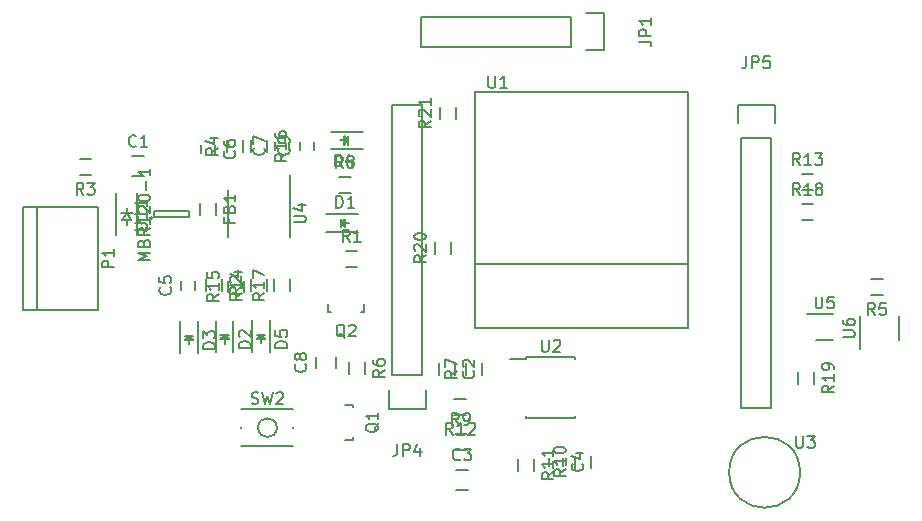
<source format=gbr>
G04 #@! TF.FileFunction,Legend,Top*
%FSLAX46Y46*%
G04 Gerber Fmt 4.6, Leading zero omitted, Abs format (unit mm)*
G04 Created by KiCad (PCBNEW 4.0.2-4+6225~38~ubuntu15.10.1-stable) date Thu 31 Mar 2016 01:19:07 PM CDT*
%MOMM*%
G01*
G04 APERTURE LIST*
%ADD10C,0.100000*%
%ADD11C,0.150000*%
G04 APERTURE END LIST*
D10*
D11*
X177275000Y-69950000D02*
X159275000Y-69950000D01*
X177275000Y-55350000D02*
X177275000Y-75350000D01*
X177275000Y-75350000D02*
X159275000Y-75350000D01*
X159275000Y-75250000D02*
X159275000Y-55250000D01*
X159275000Y-55350000D02*
X177275000Y-55350000D01*
X152280000Y-79340000D02*
X152280000Y-56480000D01*
X152280000Y-56480000D02*
X154820000Y-56480000D01*
X154820000Y-56480000D02*
X154820000Y-79340000D01*
X152000000Y-82160000D02*
X152000000Y-80610000D01*
X152280000Y-79340000D02*
X154820000Y-79340000D01*
X155100000Y-80610000D02*
X155100000Y-82160000D01*
X155100000Y-82160000D02*
X152000000Y-82160000D01*
X129794000Y-66214500D02*
X129794000Y-66595500D01*
X129794000Y-65198500D02*
X129794000Y-65579500D01*
X129794000Y-65579500D02*
X130175000Y-66214500D01*
X130175000Y-66214500D02*
X129413000Y-66214500D01*
X129413000Y-66214500D02*
X129794000Y-65579500D01*
X130302000Y-65579500D02*
X129286000Y-65579500D01*
X128894000Y-63897000D02*
X128894000Y-67437000D01*
X130694000Y-63897000D02*
X130694000Y-67437000D01*
X131986000Y-66009000D02*
G75*
G03X131986000Y-66009000I-100000J0D01*
G01*
X132136000Y-65459000D02*
X132136000Y-65959000D01*
X135036000Y-65459000D02*
X132136000Y-65459000D01*
X135036000Y-65959000D02*
X135036000Y-65459000D01*
X132136000Y-65959000D02*
X135036000Y-65959000D01*
X121000000Y-65120000D02*
X121000000Y-73820000D01*
X127405000Y-65120000D02*
X127405000Y-73820000D01*
X127405000Y-73820000D02*
X121000000Y-73820000D01*
X122230000Y-73820000D02*
X122230000Y-65120000D01*
X121000000Y-65120000D02*
X127405000Y-65120000D01*
X156205000Y-79310000D02*
X156205000Y-78310000D01*
X157555000Y-78310000D02*
X157555000Y-79310000D01*
X166716000Y-86300000D02*
X166716000Y-87000000D01*
X165516000Y-87000000D02*
X165516000Y-86300000D01*
X134407390Y-72075558D02*
X134407390Y-71375558D01*
X135607390Y-71375558D02*
X135607390Y-72075558D01*
X137252000Y-59836000D02*
X137252000Y-60536000D01*
X136052000Y-60536000D02*
X136052000Y-59836000D01*
X146674020Y-67200000D02*
X149374020Y-67200000D01*
X146674020Y-65700000D02*
X149374020Y-65700000D01*
X148174020Y-66600000D02*
X148174020Y-66350000D01*
X148174020Y-66350000D02*
X148024020Y-66500000D01*
X147924020Y-66100000D02*
X147924020Y-66800000D01*
X148274020Y-66450000D02*
X148624020Y-66450000D01*
X147924020Y-66450000D02*
X148274020Y-66100000D01*
X148274020Y-66100000D02*
X148274020Y-66800000D01*
X148274020Y-66800000D02*
X147924020Y-66450000D01*
X137325000Y-74700000D02*
X137325000Y-77400000D01*
X138825000Y-74700000D02*
X138825000Y-77400000D01*
X137925000Y-76200000D02*
X138175000Y-76200000D01*
X138175000Y-76200000D02*
X138025000Y-76050000D01*
X138425000Y-75950000D02*
X137725000Y-75950000D01*
X138075000Y-76300000D02*
X138075000Y-76650000D01*
X138075000Y-75950000D02*
X138425000Y-76300000D01*
X138425000Y-76300000D02*
X137725000Y-76300000D01*
X137725000Y-76300000D02*
X138075000Y-75950000D01*
X134300000Y-74774020D02*
X134300000Y-77474020D01*
X135800000Y-74774020D02*
X135800000Y-77474020D01*
X134900000Y-76274020D02*
X135150000Y-76274020D01*
X135150000Y-76274020D02*
X135000000Y-76124020D01*
X135400000Y-76024020D02*
X134700000Y-76024020D01*
X135050000Y-76374020D02*
X135050000Y-76724020D01*
X135050000Y-76024020D02*
X135400000Y-76374020D01*
X135400000Y-76374020D02*
X134700000Y-76374020D01*
X134700000Y-76374020D02*
X135050000Y-76024020D01*
X149775980Y-58700000D02*
X147075980Y-58700000D01*
X149775980Y-60200000D02*
X147075980Y-60200000D01*
X148275980Y-59300000D02*
X148275980Y-59550000D01*
X148275980Y-59550000D02*
X148425980Y-59400000D01*
X148525980Y-59800000D02*
X148525980Y-59100000D01*
X148175980Y-59450000D02*
X147825980Y-59450000D01*
X148525980Y-59450000D02*
X148175980Y-59800000D01*
X148175980Y-59800000D02*
X148175980Y-59100000D01*
X148175980Y-59100000D02*
X148525980Y-59450000D01*
X140425000Y-74674020D02*
X140425000Y-77374020D01*
X141925000Y-74674020D02*
X141925000Y-77374020D01*
X141025000Y-76174020D02*
X141275000Y-76174020D01*
X141275000Y-76174020D02*
X141125000Y-76024020D01*
X141525000Y-75924020D02*
X140825000Y-75924020D01*
X141175000Y-76274020D02*
X141175000Y-76624020D01*
X141175000Y-75924020D02*
X141525000Y-76274020D01*
X141525000Y-76274020D02*
X140825000Y-76274020D01*
X140825000Y-76274020D02*
X141175000Y-75924020D01*
X135977000Y-65766000D02*
X135977000Y-64766000D01*
X137327000Y-64766000D02*
X137327000Y-65766000D01*
X167380000Y-51520000D02*
X154680000Y-51520000D01*
X154680000Y-51520000D02*
X154680000Y-48980000D01*
X154680000Y-48980000D02*
X167380000Y-48980000D01*
X170200000Y-51800000D02*
X168650000Y-51800000D01*
X167380000Y-51520000D02*
X167380000Y-48980000D01*
X168650000Y-48700000D02*
X170200000Y-48700000D01*
X170200000Y-48700000D02*
X170200000Y-51800000D01*
X184370000Y-59245000D02*
X184370000Y-82105000D01*
X184370000Y-82105000D02*
X181830000Y-82105000D01*
X181830000Y-82105000D02*
X181830000Y-59245000D01*
X184650000Y-56425000D02*
X184650000Y-57975000D01*
X184370000Y-59245000D02*
X181830000Y-59245000D01*
X181550000Y-57975000D02*
X181550000Y-56425000D01*
X181550000Y-56425000D02*
X184650000Y-56425000D01*
X148986240Y-84611160D02*
X148986240Y-84562900D01*
X148285200Y-81812180D02*
X148986240Y-81812180D01*
X148986240Y-81812180D02*
X148986240Y-82061100D01*
X148986240Y-84611160D02*
X148986240Y-84811820D01*
X148986240Y-84811820D02*
X148285200Y-84811820D01*
X147075840Y-74001000D02*
X147124100Y-74001000D01*
X149874820Y-73299960D02*
X149874820Y-74001000D01*
X149874820Y-74001000D02*
X149625900Y-74001000D01*
X147075840Y-74001000D02*
X146875180Y-74001000D01*
X146875180Y-74001000D02*
X146875180Y-73299960D01*
X149325000Y-70150000D02*
X148325000Y-70150000D01*
X148325000Y-68800000D02*
X149325000Y-68800000D01*
X136482390Y-72225558D02*
X136482390Y-71225558D01*
X137832390Y-71225558D02*
X137832390Y-72225558D01*
X125800000Y-61025000D02*
X126800000Y-61025000D01*
X126800000Y-62375000D02*
X125800000Y-62375000D01*
X139613000Y-59456000D02*
X139613000Y-60456000D01*
X138263000Y-60456000D02*
X138263000Y-59456000D01*
X192806000Y-71207000D02*
X193806000Y-71207000D01*
X193806000Y-72557000D02*
X192806000Y-72557000D01*
X148605000Y-79240000D02*
X148605000Y-78240000D01*
X149955000Y-78240000D02*
X149955000Y-79240000D01*
X159865000Y-78310000D02*
X159865000Y-79310000D01*
X158515000Y-79310000D02*
X158515000Y-78310000D01*
X148750000Y-63875000D02*
X147750000Y-63875000D01*
X147750000Y-62525000D02*
X148750000Y-62525000D01*
X158570000Y-85675000D02*
X157570000Y-85675000D01*
X157570000Y-84325000D02*
X158570000Y-84325000D01*
X169077000Y-86150000D02*
X169077000Y-87150000D01*
X167727000Y-87150000D02*
X167727000Y-86150000D01*
X162901000Y-87404000D02*
X162901000Y-86404000D01*
X164251000Y-86404000D02*
X164251000Y-87404000D01*
X157540000Y-81325000D02*
X158540000Y-81325000D01*
X158540000Y-82675000D02*
X157540000Y-82675000D01*
X187940000Y-63667000D02*
X186940000Y-63667000D01*
X186940000Y-62317000D02*
X187940000Y-62317000D01*
X141682390Y-71225558D02*
X141682390Y-72225558D01*
X140332390Y-72225558D02*
X140332390Y-71225558D01*
X139732390Y-71325558D02*
X139732390Y-72325558D01*
X138382390Y-72325558D02*
X138382390Y-71325558D01*
X140295000Y-60456000D02*
X140295000Y-59456000D01*
X141645000Y-59456000D02*
X141645000Y-60456000D01*
X143582390Y-71225558D02*
X143582390Y-72225558D01*
X142232390Y-72225558D02*
X142232390Y-71225558D01*
X187940000Y-66207000D02*
X186940000Y-66207000D01*
X186940000Y-64857000D02*
X187940000Y-64857000D01*
X186650000Y-80075000D02*
X186650000Y-79075000D01*
X188000000Y-79075000D02*
X188000000Y-80075000D01*
X143910000Y-83820000D02*
X143910000Y-83720000D01*
X142510000Y-83770000D02*
G75*
G03X142510000Y-83770000I-800000J0D01*
G01*
X139510000Y-85320000D02*
X143910000Y-85320000D01*
X143910000Y-82220000D02*
X139510000Y-82220000D01*
X139510000Y-83820000D02*
X139510000Y-83720000D01*
X163627000Y-77816000D02*
X163627000Y-77961000D01*
X167777000Y-77816000D02*
X167777000Y-77961000D01*
X167777000Y-82966000D02*
X167777000Y-82821000D01*
X163627000Y-82966000D02*
X163627000Y-82821000D01*
X163627000Y-77816000D02*
X167777000Y-77816000D01*
X163627000Y-82966000D02*
X167777000Y-82966000D01*
X163627000Y-77961000D02*
X162227000Y-77961000D01*
X186800000Y-87550000D02*
G75*
G03X186800000Y-87550000I-3000000J0D01*
G01*
X138355000Y-63625000D02*
X138355000Y-67625000D01*
X143650000Y-62350000D02*
X143650000Y-67625000D01*
X188150000Y-76350000D02*
X189600000Y-76350000D01*
X187425000Y-74150000D02*
X189600000Y-74150000D01*
X195198000Y-76380000D02*
X195198000Y-74330000D01*
X191898000Y-77085000D02*
X191898000Y-74330000D01*
X157250000Y-68050000D02*
X157250000Y-69050000D01*
X155900000Y-69050000D02*
X155900000Y-68050000D01*
X157647000Y-56638000D02*
X157647000Y-57638000D01*
X156297000Y-57638000D02*
X156297000Y-56638000D01*
X145800000Y-77750000D02*
X145800000Y-78750000D01*
X147500000Y-78750000D02*
X147500000Y-77750000D01*
X131250000Y-60800000D02*
X130250000Y-60800000D01*
X130250000Y-62500000D02*
X131250000Y-62500000D01*
X144450000Y-60250000D02*
X144450000Y-59550000D01*
X145650000Y-59550000D02*
X145650000Y-60250000D01*
X142350000Y-60250000D02*
X142350000Y-59550000D01*
X143550000Y-59550000D02*
X143550000Y-60250000D01*
X158700000Y-87350000D02*
X157700000Y-87350000D01*
X157700000Y-89050000D02*
X158700000Y-89050000D01*
X160413095Y-54002381D02*
X160413095Y-54811905D01*
X160460714Y-54907143D01*
X160508333Y-54954762D01*
X160603571Y-55002381D01*
X160794048Y-55002381D01*
X160889286Y-54954762D01*
X160936905Y-54907143D01*
X160984524Y-54811905D01*
X160984524Y-54002381D01*
X161984524Y-55002381D02*
X161413095Y-55002381D01*
X161698809Y-55002381D02*
X161698809Y-54002381D01*
X161603571Y-54145238D01*
X161508333Y-54240476D01*
X161413095Y-54288095D01*
X152716667Y-85162381D02*
X152716667Y-85876667D01*
X152669047Y-86019524D01*
X152573809Y-86114762D01*
X152430952Y-86162381D01*
X152335714Y-86162381D01*
X153192857Y-86162381D02*
X153192857Y-85162381D01*
X153573810Y-85162381D01*
X153669048Y-85210000D01*
X153716667Y-85257619D01*
X153764286Y-85352857D01*
X153764286Y-85495714D01*
X153716667Y-85590952D01*
X153669048Y-85638571D01*
X153573810Y-85686190D01*
X153192857Y-85686190D01*
X154621429Y-85495714D02*
X154621429Y-86162381D01*
X154383333Y-85114762D02*
X154145238Y-85829048D01*
X154764286Y-85829048D01*
X131770381Y-69611143D02*
X130770381Y-69611143D01*
X131484667Y-69277809D01*
X130770381Y-68944476D01*
X131770381Y-68944476D01*
X131246571Y-68134952D02*
X131294190Y-67992095D01*
X131341810Y-67944476D01*
X131437048Y-67896857D01*
X131579905Y-67896857D01*
X131675143Y-67944476D01*
X131722762Y-67992095D01*
X131770381Y-68087333D01*
X131770381Y-68468286D01*
X130770381Y-68468286D01*
X130770381Y-68134952D01*
X130818000Y-68039714D01*
X130865619Y-67992095D01*
X130960857Y-67944476D01*
X131056095Y-67944476D01*
X131151333Y-67992095D01*
X131198952Y-68039714D01*
X131246571Y-68134952D01*
X131246571Y-68468286D01*
X131770381Y-66896857D02*
X131294190Y-67230191D01*
X131770381Y-67468286D02*
X130770381Y-67468286D01*
X130770381Y-67087333D01*
X130818000Y-66992095D01*
X130865619Y-66944476D01*
X130960857Y-66896857D01*
X131103714Y-66896857D01*
X131198952Y-66944476D01*
X131246571Y-66992095D01*
X131294190Y-67087333D01*
X131294190Y-67468286D01*
X131770381Y-65944476D02*
X131770381Y-66515905D01*
X131770381Y-66230191D02*
X130770381Y-66230191D01*
X130913238Y-66325429D01*
X131008476Y-66420667D01*
X131056095Y-66515905D01*
X130865619Y-65563524D02*
X130818000Y-65515905D01*
X130770381Y-65420667D01*
X130770381Y-65182571D01*
X130818000Y-65087333D01*
X130865619Y-65039714D01*
X130960857Y-64992095D01*
X131056095Y-64992095D01*
X131198952Y-65039714D01*
X131770381Y-65611143D01*
X131770381Y-64992095D01*
X130770381Y-64373048D02*
X130770381Y-64277809D01*
X130818000Y-64182571D01*
X130865619Y-64134952D01*
X130960857Y-64087333D01*
X131151333Y-64039714D01*
X131389429Y-64039714D01*
X131579905Y-64087333D01*
X131675143Y-64134952D01*
X131722762Y-64182571D01*
X131770381Y-64277809D01*
X131770381Y-64373048D01*
X131722762Y-64468286D01*
X131675143Y-64515905D01*
X131579905Y-64563524D01*
X131389429Y-64611143D01*
X131151333Y-64611143D01*
X130960857Y-64563524D01*
X130865619Y-64515905D01*
X130818000Y-64468286D01*
X130770381Y-64373048D01*
X131389429Y-63611143D02*
X131389429Y-62849238D01*
X131770381Y-61849238D02*
X131770381Y-62420667D01*
X131770381Y-62134953D02*
X130770381Y-62134953D01*
X130913238Y-62230191D01*
X131008476Y-62325429D01*
X131056095Y-62420667D01*
X130488381Y-66997095D02*
X131297905Y-66997095D01*
X131393143Y-66949476D01*
X131440762Y-66901857D01*
X131488381Y-66806619D01*
X131488381Y-66616142D01*
X131440762Y-66520904D01*
X131393143Y-66473285D01*
X131297905Y-66425666D01*
X130488381Y-66425666D01*
X131488381Y-65425666D02*
X131488381Y-65997095D01*
X131488381Y-65711381D02*
X130488381Y-65711381D01*
X130631238Y-65806619D01*
X130726476Y-65901857D01*
X130774095Y-65997095D01*
X131488381Y-64473285D02*
X131488381Y-65044714D01*
X131488381Y-64759000D02*
X130488381Y-64759000D01*
X130631238Y-64854238D01*
X130726476Y-64949476D01*
X130774095Y-65044714D01*
X128719841Y-70208995D02*
X127719841Y-70208995D01*
X127719841Y-69828042D01*
X127767460Y-69732804D01*
X127815079Y-69685185D01*
X127910317Y-69637566D01*
X128053174Y-69637566D01*
X128148412Y-69685185D01*
X128196031Y-69732804D01*
X128243650Y-69828042D01*
X128243650Y-70208995D01*
X128719841Y-68685185D02*
X128719841Y-69256614D01*
X128719841Y-68970900D02*
X127719841Y-68970900D01*
X127862698Y-69066138D01*
X127957936Y-69161376D01*
X128005555Y-69256614D01*
X159137143Y-78976666D02*
X159184762Y-79024285D01*
X159232381Y-79167142D01*
X159232381Y-79262380D01*
X159184762Y-79405238D01*
X159089524Y-79500476D01*
X158994286Y-79548095D01*
X158803810Y-79595714D01*
X158660952Y-79595714D01*
X158470476Y-79548095D01*
X158375238Y-79500476D01*
X158280000Y-79405238D01*
X158232381Y-79262380D01*
X158232381Y-79167142D01*
X158280000Y-79024285D01*
X158327619Y-78976666D01*
X158327619Y-78595714D02*
X158280000Y-78548095D01*
X158232381Y-78452857D01*
X158232381Y-78214761D01*
X158280000Y-78119523D01*
X158327619Y-78071904D01*
X158422857Y-78024285D01*
X158518095Y-78024285D01*
X158660952Y-78071904D01*
X159232381Y-78643333D01*
X159232381Y-78024285D01*
X168373143Y-86816666D02*
X168420762Y-86864285D01*
X168468381Y-87007142D01*
X168468381Y-87102380D01*
X168420762Y-87245238D01*
X168325524Y-87340476D01*
X168230286Y-87388095D01*
X168039810Y-87435714D01*
X167896952Y-87435714D01*
X167706476Y-87388095D01*
X167611238Y-87340476D01*
X167516000Y-87245238D01*
X167468381Y-87102380D01*
X167468381Y-87007142D01*
X167516000Y-86864285D01*
X167563619Y-86816666D01*
X167801714Y-85959523D02*
X168468381Y-85959523D01*
X167420762Y-86197619D02*
X168135048Y-86435714D01*
X168135048Y-85816666D01*
X133464533Y-71892224D02*
X133512152Y-71939843D01*
X133559771Y-72082700D01*
X133559771Y-72177938D01*
X133512152Y-72320796D01*
X133416914Y-72416034D01*
X133321676Y-72463653D01*
X133131200Y-72511272D01*
X132988342Y-72511272D01*
X132797866Y-72463653D01*
X132702628Y-72416034D01*
X132607390Y-72320796D01*
X132559771Y-72177938D01*
X132559771Y-72082700D01*
X132607390Y-71939843D01*
X132655009Y-71892224D01*
X132559771Y-70987462D02*
X132559771Y-71463653D01*
X133035961Y-71511272D01*
X132988342Y-71463653D01*
X132940723Y-71368415D01*
X132940723Y-71130319D01*
X132988342Y-71035081D01*
X133035961Y-70987462D01*
X133131200Y-70939843D01*
X133369295Y-70939843D01*
X133464533Y-70987462D01*
X133512152Y-71035081D01*
X133559771Y-71130319D01*
X133559771Y-71368415D01*
X133512152Y-71463653D01*
X133464533Y-71511272D01*
X138909143Y-60352666D02*
X138956762Y-60400285D01*
X139004381Y-60543142D01*
X139004381Y-60638380D01*
X138956762Y-60781238D01*
X138861524Y-60876476D01*
X138766286Y-60924095D01*
X138575810Y-60971714D01*
X138432952Y-60971714D01*
X138242476Y-60924095D01*
X138147238Y-60876476D01*
X138052000Y-60781238D01*
X138004381Y-60638380D01*
X138004381Y-60543142D01*
X138052000Y-60400285D01*
X138099619Y-60352666D01*
X138004381Y-59495523D02*
X138004381Y-59686000D01*
X138052000Y-59781238D01*
X138099619Y-59828857D01*
X138242476Y-59924095D01*
X138432952Y-59971714D01*
X138813905Y-59971714D01*
X138909143Y-59924095D01*
X138956762Y-59876476D01*
X139004381Y-59781238D01*
X139004381Y-59590761D01*
X138956762Y-59495523D01*
X138909143Y-59447904D01*
X138813905Y-59400285D01*
X138575810Y-59400285D01*
X138480571Y-59447904D01*
X138432952Y-59495523D01*
X138385333Y-59590761D01*
X138385333Y-59781238D01*
X138432952Y-59876476D01*
X138480571Y-59924095D01*
X138575810Y-59971714D01*
X147535925Y-65152381D02*
X147535925Y-64152381D01*
X147774020Y-64152381D01*
X147916878Y-64200000D01*
X148012116Y-64295238D01*
X148059735Y-64390476D01*
X148107354Y-64580952D01*
X148107354Y-64723810D01*
X148059735Y-64914286D01*
X148012116Y-65009524D01*
X147916878Y-65104762D01*
X147774020Y-65152381D01*
X147535925Y-65152381D01*
X149059735Y-65152381D02*
X148488306Y-65152381D01*
X148774020Y-65152381D02*
X148774020Y-64152381D01*
X148678782Y-64295238D01*
X148583544Y-64390476D01*
X148488306Y-64438095D01*
X140277381Y-77038095D02*
X139277381Y-77038095D01*
X139277381Y-76800000D01*
X139325000Y-76657142D01*
X139420238Y-76561904D01*
X139515476Y-76514285D01*
X139705952Y-76466666D01*
X139848810Y-76466666D01*
X140039286Y-76514285D01*
X140134524Y-76561904D01*
X140229762Y-76657142D01*
X140277381Y-76800000D01*
X140277381Y-77038095D01*
X139372619Y-76085714D02*
X139325000Y-76038095D01*
X139277381Y-75942857D01*
X139277381Y-75704761D01*
X139325000Y-75609523D01*
X139372619Y-75561904D01*
X139467857Y-75514285D01*
X139563095Y-75514285D01*
X139705952Y-75561904D01*
X140277381Y-76133333D01*
X140277381Y-75514285D01*
X137252381Y-77112115D02*
X136252381Y-77112115D01*
X136252381Y-76874020D01*
X136300000Y-76731162D01*
X136395238Y-76635924D01*
X136490476Y-76588305D01*
X136680952Y-76540686D01*
X136823810Y-76540686D01*
X137014286Y-76588305D01*
X137109524Y-76635924D01*
X137204762Y-76731162D01*
X137252381Y-76874020D01*
X137252381Y-77112115D01*
X136252381Y-76207353D02*
X136252381Y-75588305D01*
X136633333Y-75921639D01*
X136633333Y-75778781D01*
X136680952Y-75683543D01*
X136728571Y-75635924D01*
X136823810Y-75588305D01*
X137061905Y-75588305D01*
X137157143Y-75635924D01*
X137204762Y-75683543D01*
X137252381Y-75778781D01*
X137252381Y-76064496D01*
X137204762Y-76159734D01*
X137157143Y-76207353D01*
X147437885Y-61652381D02*
X147437885Y-60652381D01*
X147675980Y-60652381D01*
X147818838Y-60700000D01*
X147914076Y-60795238D01*
X147961695Y-60890476D01*
X148009314Y-61080952D01*
X148009314Y-61223810D01*
X147961695Y-61414286D01*
X147914076Y-61509524D01*
X147818838Y-61604762D01*
X147675980Y-61652381D01*
X147437885Y-61652381D01*
X148866457Y-60985714D02*
X148866457Y-61652381D01*
X148628361Y-60604762D02*
X148390266Y-61319048D01*
X149009314Y-61319048D01*
X143377381Y-77012115D02*
X142377381Y-77012115D01*
X142377381Y-76774020D01*
X142425000Y-76631162D01*
X142520238Y-76535924D01*
X142615476Y-76488305D01*
X142805952Y-76440686D01*
X142948810Y-76440686D01*
X143139286Y-76488305D01*
X143234524Y-76535924D01*
X143329762Y-76631162D01*
X143377381Y-76774020D01*
X143377381Y-77012115D01*
X142377381Y-75535924D02*
X142377381Y-76012115D01*
X142853571Y-76059734D01*
X142805952Y-76012115D01*
X142758333Y-75916877D01*
X142758333Y-75678781D01*
X142805952Y-75583543D01*
X142853571Y-75535924D01*
X142948810Y-75488305D01*
X143186905Y-75488305D01*
X143282143Y-75535924D01*
X143329762Y-75583543D01*
X143377381Y-75678781D01*
X143377381Y-75916877D01*
X143329762Y-76012115D01*
X143282143Y-76059734D01*
X138480571Y-66099333D02*
X138480571Y-66432667D01*
X139004381Y-66432667D02*
X138004381Y-66432667D01*
X138004381Y-65956476D01*
X138480571Y-65242190D02*
X138528190Y-65099333D01*
X138575810Y-65051714D01*
X138671048Y-65004095D01*
X138813905Y-65004095D01*
X138909143Y-65051714D01*
X138956762Y-65099333D01*
X139004381Y-65194571D01*
X139004381Y-65575524D01*
X138004381Y-65575524D01*
X138004381Y-65242190D01*
X138052000Y-65146952D01*
X138099619Y-65099333D01*
X138194857Y-65051714D01*
X138290095Y-65051714D01*
X138385333Y-65099333D01*
X138432952Y-65146952D01*
X138480571Y-65242190D01*
X138480571Y-65575524D01*
X139004381Y-64051714D02*
X139004381Y-64623143D01*
X139004381Y-64337429D02*
X138004381Y-64337429D01*
X138147238Y-64432667D01*
X138242476Y-64527905D01*
X138290095Y-64623143D01*
X173202381Y-51083333D02*
X173916667Y-51083333D01*
X174059524Y-51130953D01*
X174154762Y-51226191D01*
X174202381Y-51369048D01*
X174202381Y-51464286D01*
X174202381Y-50607143D02*
X173202381Y-50607143D01*
X173202381Y-50226190D01*
X173250000Y-50130952D01*
X173297619Y-50083333D01*
X173392857Y-50035714D01*
X173535714Y-50035714D01*
X173630952Y-50083333D01*
X173678571Y-50130952D01*
X173726190Y-50226190D01*
X173726190Y-50607143D01*
X174202381Y-49083333D02*
X174202381Y-49654762D01*
X174202381Y-49369048D02*
X173202381Y-49369048D01*
X173345238Y-49464286D01*
X173440476Y-49559524D01*
X173488095Y-49654762D01*
X182266667Y-52327381D02*
X182266667Y-53041667D01*
X182219047Y-53184524D01*
X182123809Y-53279762D01*
X181980952Y-53327381D01*
X181885714Y-53327381D01*
X182742857Y-53327381D02*
X182742857Y-52327381D01*
X183123810Y-52327381D01*
X183219048Y-52375000D01*
X183266667Y-52422619D01*
X183314286Y-52517857D01*
X183314286Y-52660714D01*
X183266667Y-52755952D01*
X183219048Y-52803571D01*
X183123810Y-52851190D01*
X182742857Y-52851190D01*
X184219048Y-52327381D02*
X183742857Y-52327381D01*
X183695238Y-52803571D01*
X183742857Y-52755952D01*
X183838095Y-52708333D01*
X184076191Y-52708333D01*
X184171429Y-52755952D01*
X184219048Y-52803571D01*
X184266667Y-52898810D01*
X184266667Y-53136905D01*
X184219048Y-53232143D01*
X184171429Y-53279762D01*
X184076191Y-53327381D01*
X183838095Y-53327381D01*
X183742857Y-53279762D01*
X183695238Y-53232143D01*
X151133619Y-83407238D02*
X151086000Y-83502476D01*
X150990762Y-83597714D01*
X150847905Y-83740571D01*
X150800286Y-83835810D01*
X150800286Y-83931048D01*
X151038381Y-83883429D02*
X150990762Y-83978667D01*
X150895524Y-84073905D01*
X150705048Y-84121524D01*
X150371714Y-84121524D01*
X150181238Y-84073905D01*
X150086000Y-83978667D01*
X150038381Y-83883429D01*
X150038381Y-83692952D01*
X150086000Y-83597714D01*
X150181238Y-83502476D01*
X150371714Y-83454857D01*
X150705048Y-83454857D01*
X150895524Y-83502476D01*
X150990762Y-83597714D01*
X151038381Y-83692952D01*
X151038381Y-83883429D01*
X151038381Y-82502476D02*
X151038381Y-83073905D01*
X151038381Y-82788191D02*
X150038381Y-82788191D01*
X150181238Y-82883429D01*
X150276476Y-82978667D01*
X150324095Y-83073905D01*
X148279762Y-76148379D02*
X148184524Y-76100760D01*
X148089286Y-76005522D01*
X147946429Y-75862665D01*
X147851190Y-75815046D01*
X147755952Y-75815046D01*
X147803571Y-76053141D02*
X147708333Y-76005522D01*
X147613095Y-75910284D01*
X147565476Y-75719808D01*
X147565476Y-75386474D01*
X147613095Y-75195998D01*
X147708333Y-75100760D01*
X147803571Y-75053141D01*
X147994048Y-75053141D01*
X148089286Y-75100760D01*
X148184524Y-75195998D01*
X148232143Y-75386474D01*
X148232143Y-75719808D01*
X148184524Y-75910284D01*
X148089286Y-76005522D01*
X147994048Y-76053141D01*
X147803571Y-76053141D01*
X148613095Y-75148379D02*
X148660714Y-75100760D01*
X148755952Y-75053141D01*
X148994048Y-75053141D01*
X149089286Y-75100760D01*
X149136905Y-75148379D01*
X149184524Y-75243617D01*
X149184524Y-75338855D01*
X149136905Y-75481712D01*
X148565476Y-76053141D01*
X149184524Y-76053141D01*
X148658334Y-68027381D02*
X148325000Y-67551190D01*
X148086905Y-68027381D02*
X148086905Y-67027381D01*
X148467858Y-67027381D01*
X148563096Y-67075000D01*
X148610715Y-67122619D01*
X148658334Y-67217857D01*
X148658334Y-67360714D01*
X148610715Y-67455952D01*
X148563096Y-67503571D01*
X148467858Y-67551190D01*
X148086905Y-67551190D01*
X149610715Y-68027381D02*
X149039286Y-68027381D01*
X149325000Y-68027381D02*
X149325000Y-67027381D01*
X149229762Y-67170238D01*
X149134524Y-67265476D01*
X149039286Y-67313095D01*
X139509771Y-71892224D02*
X139033580Y-72225558D01*
X139509771Y-72463653D02*
X138509771Y-72463653D01*
X138509771Y-72082700D01*
X138557390Y-71987462D01*
X138605009Y-71939843D01*
X138700247Y-71892224D01*
X138843104Y-71892224D01*
X138938342Y-71939843D01*
X138985961Y-71987462D01*
X139033580Y-72082700D01*
X139033580Y-72463653D01*
X138605009Y-71511272D02*
X138557390Y-71463653D01*
X138509771Y-71368415D01*
X138509771Y-71130319D01*
X138557390Y-71035081D01*
X138605009Y-70987462D01*
X138700247Y-70939843D01*
X138795485Y-70939843D01*
X138938342Y-70987462D01*
X139509771Y-71558891D01*
X139509771Y-70939843D01*
X126133334Y-64052381D02*
X125800000Y-63576190D01*
X125561905Y-64052381D02*
X125561905Y-63052381D01*
X125942858Y-63052381D01*
X126038096Y-63100000D01*
X126085715Y-63147619D01*
X126133334Y-63242857D01*
X126133334Y-63385714D01*
X126085715Y-63480952D01*
X126038096Y-63528571D01*
X125942858Y-63576190D01*
X125561905Y-63576190D01*
X126466667Y-63052381D02*
X127085715Y-63052381D01*
X126752381Y-63433333D01*
X126895239Y-63433333D01*
X126990477Y-63480952D01*
X127038096Y-63528571D01*
X127085715Y-63623810D01*
X127085715Y-63861905D01*
X127038096Y-63957143D01*
X126990477Y-64004762D01*
X126895239Y-64052381D01*
X126609524Y-64052381D01*
X126514286Y-64004762D01*
X126466667Y-63957143D01*
X137490381Y-60122666D02*
X137014190Y-60456000D01*
X137490381Y-60694095D02*
X136490381Y-60694095D01*
X136490381Y-60313142D01*
X136538000Y-60217904D01*
X136585619Y-60170285D01*
X136680857Y-60122666D01*
X136823714Y-60122666D01*
X136918952Y-60170285D01*
X136966571Y-60217904D01*
X137014190Y-60313142D01*
X137014190Y-60694095D01*
X136823714Y-59265523D02*
X137490381Y-59265523D01*
X136442762Y-59503619D02*
X137157048Y-59741714D01*
X137157048Y-59122666D01*
X193139334Y-74234381D02*
X192806000Y-73758190D01*
X192567905Y-74234381D02*
X192567905Y-73234381D01*
X192948858Y-73234381D01*
X193044096Y-73282000D01*
X193091715Y-73329619D01*
X193139334Y-73424857D01*
X193139334Y-73567714D01*
X193091715Y-73662952D01*
X193044096Y-73710571D01*
X192948858Y-73758190D01*
X192567905Y-73758190D01*
X194044096Y-73234381D02*
X193567905Y-73234381D01*
X193520286Y-73710571D01*
X193567905Y-73662952D01*
X193663143Y-73615333D01*
X193901239Y-73615333D01*
X193996477Y-73662952D01*
X194044096Y-73710571D01*
X194091715Y-73805810D01*
X194091715Y-74043905D01*
X194044096Y-74139143D01*
X193996477Y-74186762D01*
X193901239Y-74234381D01*
X193663143Y-74234381D01*
X193567905Y-74186762D01*
X193520286Y-74139143D01*
X151632381Y-78906666D02*
X151156190Y-79240000D01*
X151632381Y-79478095D02*
X150632381Y-79478095D01*
X150632381Y-79097142D01*
X150680000Y-79001904D01*
X150727619Y-78954285D01*
X150822857Y-78906666D01*
X150965714Y-78906666D01*
X151060952Y-78954285D01*
X151108571Y-79001904D01*
X151156190Y-79097142D01*
X151156190Y-79478095D01*
X150632381Y-78049523D02*
X150632381Y-78240000D01*
X150680000Y-78335238D01*
X150727619Y-78382857D01*
X150870476Y-78478095D01*
X151060952Y-78525714D01*
X151441905Y-78525714D01*
X151537143Y-78478095D01*
X151584762Y-78430476D01*
X151632381Y-78335238D01*
X151632381Y-78144761D01*
X151584762Y-78049523D01*
X151537143Y-78001904D01*
X151441905Y-77954285D01*
X151203810Y-77954285D01*
X151108571Y-78001904D01*
X151060952Y-78049523D01*
X151013333Y-78144761D01*
X151013333Y-78335238D01*
X151060952Y-78430476D01*
X151108571Y-78478095D01*
X151203810Y-78525714D01*
X157742381Y-78976666D02*
X157266190Y-79310000D01*
X157742381Y-79548095D02*
X156742381Y-79548095D01*
X156742381Y-79167142D01*
X156790000Y-79071904D01*
X156837619Y-79024285D01*
X156932857Y-78976666D01*
X157075714Y-78976666D01*
X157170952Y-79024285D01*
X157218571Y-79071904D01*
X157266190Y-79167142D01*
X157266190Y-79548095D01*
X156742381Y-78643333D02*
X156742381Y-77976666D01*
X157742381Y-78405238D01*
X148083334Y-61752381D02*
X147750000Y-61276190D01*
X147511905Y-61752381D02*
X147511905Y-60752381D01*
X147892858Y-60752381D01*
X147988096Y-60800000D01*
X148035715Y-60847619D01*
X148083334Y-60942857D01*
X148083334Y-61085714D01*
X148035715Y-61180952D01*
X147988096Y-61228571D01*
X147892858Y-61276190D01*
X147511905Y-61276190D01*
X148654762Y-61180952D02*
X148559524Y-61133333D01*
X148511905Y-61085714D01*
X148464286Y-60990476D01*
X148464286Y-60942857D01*
X148511905Y-60847619D01*
X148559524Y-60800000D01*
X148654762Y-60752381D01*
X148845239Y-60752381D01*
X148940477Y-60800000D01*
X148988096Y-60847619D01*
X149035715Y-60942857D01*
X149035715Y-60990476D01*
X148988096Y-61085714D01*
X148940477Y-61133333D01*
X148845239Y-61180952D01*
X148654762Y-61180952D01*
X148559524Y-61228571D01*
X148511905Y-61276190D01*
X148464286Y-61371429D01*
X148464286Y-61561905D01*
X148511905Y-61657143D01*
X148559524Y-61704762D01*
X148654762Y-61752381D01*
X148845239Y-61752381D01*
X148940477Y-61704762D01*
X148988096Y-61657143D01*
X149035715Y-61561905D01*
X149035715Y-61371429D01*
X148988096Y-61276190D01*
X148940477Y-61228571D01*
X148845239Y-61180952D01*
X157903334Y-83552381D02*
X157570000Y-83076190D01*
X157331905Y-83552381D02*
X157331905Y-82552381D01*
X157712858Y-82552381D01*
X157808096Y-82600000D01*
X157855715Y-82647619D01*
X157903334Y-82742857D01*
X157903334Y-82885714D01*
X157855715Y-82980952D01*
X157808096Y-83028571D01*
X157712858Y-83076190D01*
X157331905Y-83076190D01*
X158379524Y-83552381D02*
X158570000Y-83552381D01*
X158665239Y-83504762D01*
X158712858Y-83457143D01*
X158808096Y-83314286D01*
X158855715Y-83123810D01*
X158855715Y-82742857D01*
X158808096Y-82647619D01*
X158760477Y-82600000D01*
X158665239Y-82552381D01*
X158474762Y-82552381D01*
X158379524Y-82600000D01*
X158331905Y-82647619D01*
X158284286Y-82742857D01*
X158284286Y-82980952D01*
X158331905Y-83076190D01*
X158379524Y-83123810D01*
X158474762Y-83171429D01*
X158665239Y-83171429D01*
X158760477Y-83123810D01*
X158808096Y-83076190D01*
X158855715Y-82980952D01*
X166954381Y-87292857D02*
X166478190Y-87626191D01*
X166954381Y-87864286D02*
X165954381Y-87864286D01*
X165954381Y-87483333D01*
X166002000Y-87388095D01*
X166049619Y-87340476D01*
X166144857Y-87292857D01*
X166287714Y-87292857D01*
X166382952Y-87340476D01*
X166430571Y-87388095D01*
X166478190Y-87483333D01*
X166478190Y-87864286D01*
X166954381Y-86340476D02*
X166954381Y-86911905D01*
X166954381Y-86626191D02*
X165954381Y-86626191D01*
X166097238Y-86721429D01*
X166192476Y-86816667D01*
X166240095Y-86911905D01*
X165954381Y-85721429D02*
X165954381Y-85626190D01*
X166002000Y-85530952D01*
X166049619Y-85483333D01*
X166144857Y-85435714D01*
X166335333Y-85388095D01*
X166573429Y-85388095D01*
X166763905Y-85435714D01*
X166859143Y-85483333D01*
X166906762Y-85530952D01*
X166954381Y-85626190D01*
X166954381Y-85721429D01*
X166906762Y-85816667D01*
X166859143Y-85864286D01*
X166763905Y-85911905D01*
X166573429Y-85959524D01*
X166335333Y-85959524D01*
X166144857Y-85911905D01*
X166049619Y-85864286D01*
X166002000Y-85816667D01*
X165954381Y-85721429D01*
X165928381Y-87546857D02*
X165452190Y-87880191D01*
X165928381Y-88118286D02*
X164928381Y-88118286D01*
X164928381Y-87737333D01*
X164976000Y-87642095D01*
X165023619Y-87594476D01*
X165118857Y-87546857D01*
X165261714Y-87546857D01*
X165356952Y-87594476D01*
X165404571Y-87642095D01*
X165452190Y-87737333D01*
X165452190Y-88118286D01*
X165928381Y-86594476D02*
X165928381Y-87165905D01*
X165928381Y-86880191D02*
X164928381Y-86880191D01*
X165071238Y-86975429D01*
X165166476Y-87070667D01*
X165214095Y-87165905D01*
X165928381Y-85642095D02*
X165928381Y-86213524D01*
X165928381Y-85927810D02*
X164928381Y-85927810D01*
X165071238Y-86023048D01*
X165166476Y-86118286D01*
X165214095Y-86213524D01*
X157397143Y-84352381D02*
X157063809Y-83876190D01*
X156825714Y-84352381D02*
X156825714Y-83352381D01*
X157206667Y-83352381D01*
X157301905Y-83400000D01*
X157349524Y-83447619D01*
X157397143Y-83542857D01*
X157397143Y-83685714D01*
X157349524Y-83780952D01*
X157301905Y-83828571D01*
X157206667Y-83876190D01*
X156825714Y-83876190D01*
X158349524Y-84352381D02*
X157778095Y-84352381D01*
X158063809Y-84352381D02*
X158063809Y-83352381D01*
X157968571Y-83495238D01*
X157873333Y-83590476D01*
X157778095Y-83638095D01*
X158730476Y-83447619D02*
X158778095Y-83400000D01*
X158873333Y-83352381D01*
X159111429Y-83352381D01*
X159206667Y-83400000D01*
X159254286Y-83447619D01*
X159301905Y-83542857D01*
X159301905Y-83638095D01*
X159254286Y-83780952D01*
X158682857Y-84352381D01*
X159301905Y-84352381D01*
X186797143Y-61544381D02*
X186463809Y-61068190D01*
X186225714Y-61544381D02*
X186225714Y-60544381D01*
X186606667Y-60544381D01*
X186701905Y-60592000D01*
X186749524Y-60639619D01*
X186797143Y-60734857D01*
X186797143Y-60877714D01*
X186749524Y-60972952D01*
X186701905Y-61020571D01*
X186606667Y-61068190D01*
X186225714Y-61068190D01*
X187749524Y-61544381D02*
X187178095Y-61544381D01*
X187463809Y-61544381D02*
X187463809Y-60544381D01*
X187368571Y-60687238D01*
X187273333Y-60782476D01*
X187178095Y-60830095D01*
X188082857Y-60544381D02*
X188701905Y-60544381D01*
X188368571Y-60925333D01*
X188511429Y-60925333D01*
X188606667Y-60972952D01*
X188654286Y-61020571D01*
X188701905Y-61115810D01*
X188701905Y-61353905D01*
X188654286Y-61449143D01*
X188606667Y-61496762D01*
X188511429Y-61544381D01*
X188225714Y-61544381D01*
X188130476Y-61496762D01*
X188082857Y-61449143D01*
X139559771Y-72368415D02*
X139083580Y-72701749D01*
X139559771Y-72939844D02*
X138559771Y-72939844D01*
X138559771Y-72558891D01*
X138607390Y-72463653D01*
X138655009Y-72416034D01*
X138750247Y-72368415D01*
X138893104Y-72368415D01*
X138988342Y-72416034D01*
X139035961Y-72463653D01*
X139083580Y-72558891D01*
X139083580Y-72939844D01*
X139559771Y-71416034D02*
X139559771Y-71987463D01*
X139559771Y-71701749D02*
X138559771Y-71701749D01*
X138702628Y-71796987D01*
X138797866Y-71892225D01*
X138845485Y-71987463D01*
X138893104Y-70558891D02*
X139559771Y-70558891D01*
X138512152Y-70796987D02*
X139226438Y-71035082D01*
X139226438Y-70416034D01*
X137609771Y-72468415D02*
X137133580Y-72801749D01*
X137609771Y-73039844D02*
X136609771Y-73039844D01*
X136609771Y-72658891D01*
X136657390Y-72563653D01*
X136705009Y-72516034D01*
X136800247Y-72468415D01*
X136943104Y-72468415D01*
X137038342Y-72516034D01*
X137085961Y-72563653D01*
X137133580Y-72658891D01*
X137133580Y-73039844D01*
X137609771Y-71516034D02*
X137609771Y-72087463D01*
X137609771Y-71801749D02*
X136609771Y-71801749D01*
X136752628Y-71896987D01*
X136847866Y-71992225D01*
X136895485Y-72087463D01*
X136609771Y-70611272D02*
X136609771Y-71087463D01*
X137085961Y-71135082D01*
X137038342Y-71087463D01*
X136990723Y-70992225D01*
X136990723Y-70754129D01*
X137038342Y-70658891D01*
X137085961Y-70611272D01*
X137181200Y-70563653D01*
X137419295Y-70563653D01*
X137514533Y-70611272D01*
X137562152Y-70658891D01*
X137609771Y-70754129D01*
X137609771Y-70992225D01*
X137562152Y-71087463D01*
X137514533Y-71135082D01*
X143322381Y-60598857D02*
X142846190Y-60932191D01*
X143322381Y-61170286D02*
X142322381Y-61170286D01*
X142322381Y-60789333D01*
X142370000Y-60694095D01*
X142417619Y-60646476D01*
X142512857Y-60598857D01*
X142655714Y-60598857D01*
X142750952Y-60646476D01*
X142798571Y-60694095D01*
X142846190Y-60789333D01*
X142846190Y-61170286D01*
X143322381Y-59646476D02*
X143322381Y-60217905D01*
X143322381Y-59932191D02*
X142322381Y-59932191D01*
X142465238Y-60027429D01*
X142560476Y-60122667D01*
X142608095Y-60217905D01*
X142322381Y-58789333D02*
X142322381Y-58979810D01*
X142370000Y-59075048D01*
X142417619Y-59122667D01*
X142560476Y-59217905D01*
X142750952Y-59265524D01*
X143131905Y-59265524D01*
X143227143Y-59217905D01*
X143274762Y-59170286D01*
X143322381Y-59075048D01*
X143322381Y-58884571D01*
X143274762Y-58789333D01*
X143227143Y-58741714D01*
X143131905Y-58694095D01*
X142893810Y-58694095D01*
X142798571Y-58741714D01*
X142750952Y-58789333D01*
X142703333Y-58884571D01*
X142703333Y-59075048D01*
X142750952Y-59170286D01*
X142798571Y-59217905D01*
X142893810Y-59265524D01*
X141459771Y-72368415D02*
X140983580Y-72701749D01*
X141459771Y-72939844D02*
X140459771Y-72939844D01*
X140459771Y-72558891D01*
X140507390Y-72463653D01*
X140555009Y-72416034D01*
X140650247Y-72368415D01*
X140793104Y-72368415D01*
X140888342Y-72416034D01*
X140935961Y-72463653D01*
X140983580Y-72558891D01*
X140983580Y-72939844D01*
X141459771Y-71416034D02*
X141459771Y-71987463D01*
X141459771Y-71701749D02*
X140459771Y-71701749D01*
X140602628Y-71796987D01*
X140697866Y-71892225D01*
X140745485Y-71987463D01*
X140459771Y-71082701D02*
X140459771Y-70416034D01*
X141459771Y-70844606D01*
X186797143Y-64084381D02*
X186463809Y-63608190D01*
X186225714Y-64084381D02*
X186225714Y-63084381D01*
X186606667Y-63084381D01*
X186701905Y-63132000D01*
X186749524Y-63179619D01*
X186797143Y-63274857D01*
X186797143Y-63417714D01*
X186749524Y-63512952D01*
X186701905Y-63560571D01*
X186606667Y-63608190D01*
X186225714Y-63608190D01*
X187749524Y-64084381D02*
X187178095Y-64084381D01*
X187463809Y-64084381D02*
X187463809Y-63084381D01*
X187368571Y-63227238D01*
X187273333Y-63322476D01*
X187178095Y-63370095D01*
X188320952Y-63512952D02*
X188225714Y-63465333D01*
X188178095Y-63417714D01*
X188130476Y-63322476D01*
X188130476Y-63274857D01*
X188178095Y-63179619D01*
X188225714Y-63132000D01*
X188320952Y-63084381D01*
X188511429Y-63084381D01*
X188606667Y-63132000D01*
X188654286Y-63179619D01*
X188701905Y-63274857D01*
X188701905Y-63322476D01*
X188654286Y-63417714D01*
X188606667Y-63465333D01*
X188511429Y-63512952D01*
X188320952Y-63512952D01*
X188225714Y-63560571D01*
X188178095Y-63608190D01*
X188130476Y-63703429D01*
X188130476Y-63893905D01*
X188178095Y-63989143D01*
X188225714Y-64036762D01*
X188320952Y-64084381D01*
X188511429Y-64084381D01*
X188606667Y-64036762D01*
X188654286Y-63989143D01*
X188701905Y-63893905D01*
X188701905Y-63703429D01*
X188654286Y-63608190D01*
X188606667Y-63560571D01*
X188511429Y-63512952D01*
X189677381Y-80217857D02*
X189201190Y-80551191D01*
X189677381Y-80789286D02*
X188677381Y-80789286D01*
X188677381Y-80408333D01*
X188725000Y-80313095D01*
X188772619Y-80265476D01*
X188867857Y-80217857D01*
X189010714Y-80217857D01*
X189105952Y-80265476D01*
X189153571Y-80313095D01*
X189201190Y-80408333D01*
X189201190Y-80789286D01*
X189677381Y-79265476D02*
X189677381Y-79836905D01*
X189677381Y-79551191D02*
X188677381Y-79551191D01*
X188820238Y-79646429D01*
X188915476Y-79741667D01*
X188963095Y-79836905D01*
X189677381Y-78789286D02*
X189677381Y-78598810D01*
X189629762Y-78503571D01*
X189582143Y-78455952D01*
X189439286Y-78360714D01*
X189248810Y-78313095D01*
X188867857Y-78313095D01*
X188772619Y-78360714D01*
X188725000Y-78408333D01*
X188677381Y-78503571D01*
X188677381Y-78694048D01*
X188725000Y-78789286D01*
X188772619Y-78836905D01*
X188867857Y-78884524D01*
X189105952Y-78884524D01*
X189201190Y-78836905D01*
X189248810Y-78789286D01*
X189296429Y-78694048D01*
X189296429Y-78503571D01*
X189248810Y-78408333D01*
X189201190Y-78360714D01*
X189105952Y-78313095D01*
X140376667Y-81724762D02*
X140519524Y-81772381D01*
X140757620Y-81772381D01*
X140852858Y-81724762D01*
X140900477Y-81677143D01*
X140948096Y-81581905D01*
X140948096Y-81486667D01*
X140900477Y-81391429D01*
X140852858Y-81343810D01*
X140757620Y-81296190D01*
X140567143Y-81248571D01*
X140471905Y-81200952D01*
X140424286Y-81153333D01*
X140376667Y-81058095D01*
X140376667Y-80962857D01*
X140424286Y-80867619D01*
X140471905Y-80820000D01*
X140567143Y-80772381D01*
X140805239Y-80772381D01*
X140948096Y-80820000D01*
X141281429Y-80772381D02*
X141519524Y-81772381D01*
X141710001Y-81058095D01*
X141900477Y-81772381D01*
X142138572Y-80772381D01*
X142471905Y-80867619D02*
X142519524Y-80820000D01*
X142614762Y-80772381D01*
X142852858Y-80772381D01*
X142948096Y-80820000D01*
X142995715Y-80867619D01*
X143043334Y-80962857D01*
X143043334Y-81058095D01*
X142995715Y-81200952D01*
X142424286Y-81772381D01*
X143043334Y-81772381D01*
X164940095Y-76343381D02*
X164940095Y-77152905D01*
X164987714Y-77248143D01*
X165035333Y-77295762D01*
X165130571Y-77343381D01*
X165321048Y-77343381D01*
X165416286Y-77295762D01*
X165463905Y-77248143D01*
X165511524Y-77152905D01*
X165511524Y-76343381D01*
X165940095Y-76438619D02*
X165987714Y-76391000D01*
X166082952Y-76343381D01*
X166321048Y-76343381D01*
X166416286Y-76391000D01*
X166463905Y-76438619D01*
X166511524Y-76533857D01*
X166511524Y-76629095D01*
X166463905Y-76771952D01*
X165892476Y-77343381D01*
X166511524Y-77343381D01*
X186478095Y-84478381D02*
X186478095Y-85287905D01*
X186525714Y-85383143D01*
X186573333Y-85430762D01*
X186668571Y-85478381D01*
X186859048Y-85478381D01*
X186954286Y-85430762D01*
X187001905Y-85383143D01*
X187049524Y-85287905D01*
X187049524Y-84478381D01*
X187430476Y-84478381D02*
X188049524Y-84478381D01*
X187716190Y-84859333D01*
X187859048Y-84859333D01*
X187954286Y-84906952D01*
X188001905Y-84954571D01*
X188049524Y-85049810D01*
X188049524Y-85287905D01*
X188001905Y-85383143D01*
X187954286Y-85430762D01*
X187859048Y-85478381D01*
X187573333Y-85478381D01*
X187478095Y-85430762D01*
X187430476Y-85383143D01*
X143954881Y-66386905D02*
X144764405Y-66386905D01*
X144859643Y-66339286D01*
X144907262Y-66291667D01*
X144954881Y-66196429D01*
X144954881Y-66005952D01*
X144907262Y-65910714D01*
X144859643Y-65863095D01*
X144764405Y-65815476D01*
X143954881Y-65815476D01*
X144288214Y-64910714D02*
X144954881Y-64910714D01*
X143907262Y-65148810D02*
X144621548Y-65386905D01*
X144621548Y-64767857D01*
X188113095Y-72677381D02*
X188113095Y-73486905D01*
X188160714Y-73582143D01*
X188208333Y-73629762D01*
X188303571Y-73677381D01*
X188494048Y-73677381D01*
X188589286Y-73629762D01*
X188636905Y-73582143D01*
X188684524Y-73486905D01*
X188684524Y-72677381D01*
X189636905Y-72677381D02*
X189160714Y-72677381D01*
X189113095Y-73153571D01*
X189160714Y-73105952D01*
X189255952Y-73058333D01*
X189494048Y-73058333D01*
X189589286Y-73105952D01*
X189636905Y-73153571D01*
X189684524Y-73248810D01*
X189684524Y-73486905D01*
X189636905Y-73582143D01*
X189589286Y-73629762D01*
X189494048Y-73677381D01*
X189255952Y-73677381D01*
X189160714Y-73629762D01*
X189113095Y-73582143D01*
X190425381Y-76116905D02*
X191234905Y-76116905D01*
X191330143Y-76069286D01*
X191377762Y-76021667D01*
X191425381Y-75926429D01*
X191425381Y-75735952D01*
X191377762Y-75640714D01*
X191330143Y-75593095D01*
X191234905Y-75545476D01*
X190425381Y-75545476D01*
X190425381Y-74640714D02*
X190425381Y-74831191D01*
X190473000Y-74926429D01*
X190520619Y-74974048D01*
X190663476Y-75069286D01*
X190853952Y-75116905D01*
X191234905Y-75116905D01*
X191330143Y-75069286D01*
X191377762Y-75021667D01*
X191425381Y-74926429D01*
X191425381Y-74735952D01*
X191377762Y-74640714D01*
X191330143Y-74593095D01*
X191234905Y-74545476D01*
X190996810Y-74545476D01*
X190901571Y-74593095D01*
X190853952Y-74640714D01*
X190806333Y-74735952D01*
X190806333Y-74926429D01*
X190853952Y-75021667D01*
X190901571Y-75069286D01*
X190996810Y-75116905D01*
X155127381Y-69192857D02*
X154651190Y-69526191D01*
X155127381Y-69764286D02*
X154127381Y-69764286D01*
X154127381Y-69383333D01*
X154175000Y-69288095D01*
X154222619Y-69240476D01*
X154317857Y-69192857D01*
X154460714Y-69192857D01*
X154555952Y-69240476D01*
X154603571Y-69288095D01*
X154651190Y-69383333D01*
X154651190Y-69764286D01*
X154222619Y-68811905D02*
X154175000Y-68764286D01*
X154127381Y-68669048D01*
X154127381Y-68430952D01*
X154175000Y-68335714D01*
X154222619Y-68288095D01*
X154317857Y-68240476D01*
X154413095Y-68240476D01*
X154555952Y-68288095D01*
X155127381Y-68859524D01*
X155127381Y-68240476D01*
X154127381Y-67621429D02*
X154127381Y-67526190D01*
X154175000Y-67430952D01*
X154222619Y-67383333D01*
X154317857Y-67335714D01*
X154508333Y-67288095D01*
X154746429Y-67288095D01*
X154936905Y-67335714D01*
X155032143Y-67383333D01*
X155079762Y-67430952D01*
X155127381Y-67526190D01*
X155127381Y-67621429D01*
X155079762Y-67716667D01*
X155032143Y-67764286D01*
X154936905Y-67811905D01*
X154746429Y-67859524D01*
X154508333Y-67859524D01*
X154317857Y-67811905D01*
X154222619Y-67764286D01*
X154175000Y-67716667D01*
X154127381Y-67621429D01*
X155524381Y-57780857D02*
X155048190Y-58114191D01*
X155524381Y-58352286D02*
X154524381Y-58352286D01*
X154524381Y-57971333D01*
X154572000Y-57876095D01*
X154619619Y-57828476D01*
X154714857Y-57780857D01*
X154857714Y-57780857D01*
X154952952Y-57828476D01*
X155000571Y-57876095D01*
X155048190Y-57971333D01*
X155048190Y-58352286D01*
X154619619Y-57399905D02*
X154572000Y-57352286D01*
X154524381Y-57257048D01*
X154524381Y-57018952D01*
X154572000Y-56923714D01*
X154619619Y-56876095D01*
X154714857Y-56828476D01*
X154810095Y-56828476D01*
X154952952Y-56876095D01*
X155524381Y-57447524D01*
X155524381Y-56828476D01*
X155524381Y-55876095D02*
X155524381Y-56447524D01*
X155524381Y-56161810D02*
X154524381Y-56161810D01*
X154667238Y-56257048D01*
X154762476Y-56352286D01*
X154810095Y-56447524D01*
X144907143Y-78416666D02*
X144954762Y-78464285D01*
X145002381Y-78607142D01*
X145002381Y-78702380D01*
X144954762Y-78845238D01*
X144859524Y-78940476D01*
X144764286Y-78988095D01*
X144573810Y-79035714D01*
X144430952Y-79035714D01*
X144240476Y-78988095D01*
X144145238Y-78940476D01*
X144050000Y-78845238D01*
X144002381Y-78702380D01*
X144002381Y-78607142D01*
X144050000Y-78464285D01*
X144097619Y-78416666D01*
X144430952Y-77845238D02*
X144383333Y-77940476D01*
X144335714Y-77988095D01*
X144240476Y-78035714D01*
X144192857Y-78035714D01*
X144097619Y-77988095D01*
X144050000Y-77940476D01*
X144002381Y-77845238D01*
X144002381Y-77654761D01*
X144050000Y-77559523D01*
X144097619Y-77511904D01*
X144192857Y-77464285D01*
X144240476Y-77464285D01*
X144335714Y-77511904D01*
X144383333Y-77559523D01*
X144430952Y-77654761D01*
X144430952Y-77845238D01*
X144478571Y-77940476D01*
X144526190Y-77988095D01*
X144621429Y-78035714D01*
X144811905Y-78035714D01*
X144907143Y-77988095D01*
X144954762Y-77940476D01*
X145002381Y-77845238D01*
X145002381Y-77654761D01*
X144954762Y-77559523D01*
X144907143Y-77511904D01*
X144811905Y-77464285D01*
X144621429Y-77464285D01*
X144526190Y-77511904D01*
X144478571Y-77559523D01*
X144430952Y-77654761D01*
X130583334Y-59907143D02*
X130535715Y-59954762D01*
X130392858Y-60002381D01*
X130297620Y-60002381D01*
X130154762Y-59954762D01*
X130059524Y-59859524D01*
X130011905Y-59764286D01*
X129964286Y-59573810D01*
X129964286Y-59430952D01*
X130011905Y-59240476D01*
X130059524Y-59145238D01*
X130154762Y-59050000D01*
X130297620Y-59002381D01*
X130392858Y-59002381D01*
X130535715Y-59050000D01*
X130583334Y-59097619D01*
X131535715Y-60002381D02*
X130964286Y-60002381D01*
X131250000Y-60002381D02*
X131250000Y-59002381D01*
X131154762Y-59145238D01*
X131059524Y-59240476D01*
X130964286Y-59288095D01*
X143507143Y-60066666D02*
X143554762Y-60114285D01*
X143602381Y-60257142D01*
X143602381Y-60352380D01*
X143554762Y-60495238D01*
X143459524Y-60590476D01*
X143364286Y-60638095D01*
X143173810Y-60685714D01*
X143030952Y-60685714D01*
X142840476Y-60638095D01*
X142745238Y-60590476D01*
X142650000Y-60495238D01*
X142602381Y-60352380D01*
X142602381Y-60257142D01*
X142650000Y-60114285D01*
X142697619Y-60066666D01*
X143602381Y-59590476D02*
X143602381Y-59400000D01*
X143554762Y-59304761D01*
X143507143Y-59257142D01*
X143364286Y-59161904D01*
X143173810Y-59114285D01*
X142792857Y-59114285D01*
X142697619Y-59161904D01*
X142650000Y-59209523D01*
X142602381Y-59304761D01*
X142602381Y-59495238D01*
X142650000Y-59590476D01*
X142697619Y-59638095D01*
X142792857Y-59685714D01*
X143030952Y-59685714D01*
X143126190Y-59638095D01*
X143173810Y-59590476D01*
X143221429Y-59495238D01*
X143221429Y-59304761D01*
X143173810Y-59209523D01*
X143126190Y-59161904D01*
X143030952Y-59114285D01*
X141407143Y-60066666D02*
X141454762Y-60114285D01*
X141502381Y-60257142D01*
X141502381Y-60352380D01*
X141454762Y-60495238D01*
X141359524Y-60590476D01*
X141264286Y-60638095D01*
X141073810Y-60685714D01*
X140930952Y-60685714D01*
X140740476Y-60638095D01*
X140645238Y-60590476D01*
X140550000Y-60495238D01*
X140502381Y-60352380D01*
X140502381Y-60257142D01*
X140550000Y-60114285D01*
X140597619Y-60066666D01*
X140502381Y-59733333D02*
X140502381Y-59066666D01*
X141502381Y-59495238D01*
X158033334Y-86457143D02*
X157985715Y-86504762D01*
X157842858Y-86552381D01*
X157747620Y-86552381D01*
X157604762Y-86504762D01*
X157509524Y-86409524D01*
X157461905Y-86314286D01*
X157414286Y-86123810D01*
X157414286Y-85980952D01*
X157461905Y-85790476D01*
X157509524Y-85695238D01*
X157604762Y-85600000D01*
X157747620Y-85552381D01*
X157842858Y-85552381D01*
X157985715Y-85600000D01*
X158033334Y-85647619D01*
X158366667Y-85552381D02*
X158985715Y-85552381D01*
X158652381Y-85933333D01*
X158795239Y-85933333D01*
X158890477Y-85980952D01*
X158938096Y-86028571D01*
X158985715Y-86123810D01*
X158985715Y-86361905D01*
X158938096Y-86457143D01*
X158890477Y-86504762D01*
X158795239Y-86552381D01*
X158509524Y-86552381D01*
X158414286Y-86504762D01*
X158366667Y-86457143D01*
M02*

</source>
